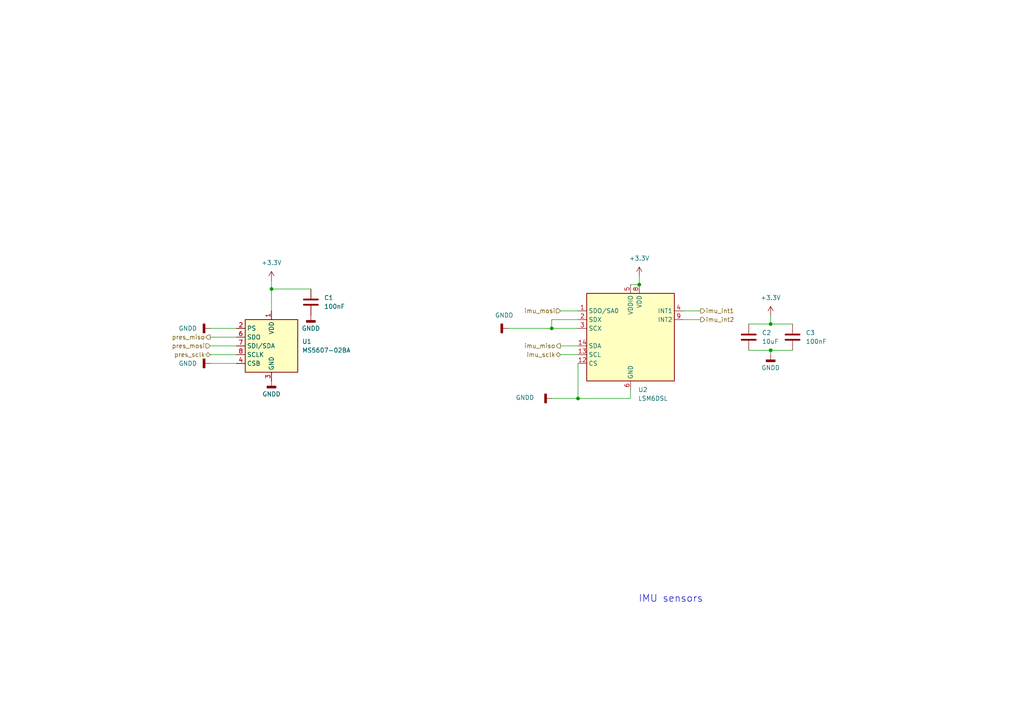
<source format=kicad_sch>
(kicad_sch (version 20250114) (generator "eeschema") (generator_version "9.0")
  (paper "A4")
  (lib_symbols
    (symbol "Device:C" (pin_numbers (hide yes)) (pin_names (offset 0.254))
      (property "Reference" "C" (at 0.635 2.54 0))
      (property "Value" "C" (at 0.635 -2.54 0))
      (symbol "C_0_1"
        (polyline (pts (xy -2.032 0.762) (xy 2.032 0.762)) (stroke (width 0.508)))
        (polyline (pts (xy -2.032 -0.762) (xy 2.032 -0.762)) (stroke (width 0.508)))
      )
      (symbol "C_1_1"
        (pin passive line (at 0 3.81 270) (length 2.794) (name "~") (number "1"))
        (pin passive line (at 0 -3.81 90) (length 2.794) (name "~") (number "2"))
      )
    )
    (symbol "Sensor_Motion:LSM6DSL"
      (property "Reference" "U" (at -11.43 15.24 0))
      (property "Value" "LSM6DSL" (at -11.43 12.7 0))
      (symbol "LSM6DSL_0_1"
        (rectangle (start -12.7 12.7) (end 12.7 -12.7) (stroke (width 0.254)) (fill (type background)))
      )
      (symbol "LSM6DSL_1_1"
        (pin bidirectional line (at -15.24 7.62 0) (length 2.54) (name "SDO/SA0") (number "1"))
        (pin bidirectional line (at -15.24 5.08 0) (length 2.54) (name "SDX") (number "2"))
        (pin input line (at -15.24 2.54 0) (length 2.54) (name "SCX") (number "3"))
        (pin bidirectional line (at -15.24 -2.54 0) (length 2.54) (name "SDA") (number "14"))
        (pin input line (at -15.24 -5.08 0) (length 2.54) (name "SCL") (number "13"))
        (pin input line (at -15.24 -7.62 0) (length 2.54) (name "CS") (number "12"))
        (pin power_in line (at 0 15.24 270) (length 2.54) (name "VDDIO") (number "5"))
        (pin power_in line (at 0 -15.24 90) (length 2.54) (name "GND") (number "6"))
        (pin passive line (at 0 -15.24 90) (length 2.54) (hide yes) (name "GND") (number "7"))
        (pin power_in line (at 2.54 15.24 270) (length 2.54) (name "VDD") (number "8"))
        (pin no_connect line (at 12.7 -2.54 180) (length 3.81) (hide yes) (name "NC") (number "11"))
        (pin no_connect line (at 12.7 -5.08 180) (length 3.81) (hide yes) (name "NC") (number "10"))
        (pin output line (at 15.24 7.62 180) (length 2.54) (name "INT1") (number "4"))
        (pin output line (at 15.24 5.08 180) (length 2.54) (name "INT2") (number "9"))
      )
    )
    (symbol "Sensor_Pressure:MS5607-02BA"
      (property "Reference" "U" (at -6.35 8.89 0))
      (property "Value" "MS5607-02BA" (at 7.62 8.89 0))
      (symbol "MS5607-02BA_0_1"
        (rectangle (start -7.62 7.62) (end 7.62 -7.62) (stroke (width 0.254)) (fill (type background)))
      )
      (symbol "MS5607-02BA_1_1"
        (pin input line (at -10.16 5.08 0) (length 2.54) (name "PS") (number "2"))
        (pin output line (at -10.16 2.54 0) (length 2.54) (name "SDO") (number "6"))
        (pin bidirectional line (at -10.16 0 0) (length 2.54) (name "SDI/SDA") (number "7"))
        (pin input line (at -10.16 -2.54 0) (length 2.54) (name "SCLK") (number "8"))
        (pin input line (at -10.16 -5.08 0) (length 2.54) (name "CSB") (number "4"))
        (pin input line (at -10.16 -5.08 0) (length 2.54) (hide yes) (name "CSB") (number "5"))
        (pin power_in line (at 0 10.16 270) (length 2.54) (name "VDD") (number "1"))
        (pin power_in line (at 0 -10.16 90) (length 2.54) (name "GND") (number "3"))
      )
    )
    (symbol "power:+3.3V" (power) (pin_numbers (hide yes)) (pin_names (offset 0) (hide yes))
      (property "Value" "+3.3V" (at 0 3.556 0))
      (symbol "+3.3V_0_1"
        (polyline (pts (xy -0.762 1.27) (xy 0 2.54)))
        (polyline (pts (xy 0 2.54) (xy 0.762 1.27)))
        (polyline (pts (xy 0 0) (xy 0 2.54)))
      )
      (symbol "+3.3V_1_1"
        (pin power_in line (at 0 0 90) (length 0) (name "~") (number "1"))
      )
    )
    (symbol "power:GNDD" (power) (pin_numbers (hide yes)) (pin_names (offset 0) (hide yes))
      (property "Value" "GNDD" (at 0 -3.175 0))
      (symbol "GNDD_0_1"
        (rectangle (start -1.27 -1.524) (end 1.27 -2.032) (stroke (width 0.254)) (fill (type outline)))
        (polyline (pts (xy 0 0) (xy 0 -1.524)))
      )
      (symbol "GNDD_1_1"
        (pin power_in line (at 0 0 270) (length 0) (name "~") (number "1"))
      )
    )
  )
  (text "IMU sensors" (at 194.564 173.736 0) (effects (font (size 2.032 2.032))))
  (junction (at 167.64 115.57))
  (junction (at 185.42 82.55))
  (junction (at 160.02 95.25))
  (junction (at 78.74 83.82))
  (junction (at 223.52 93.98))
  (junction (at 223.52 101.6))
  (wire (pts (xy 160.02 115.57) (xy 167.64 115.57)))
  (wire (pts (xy 182.88 115.57) (xy 182.88 113.03)))
  (wire (pts (xy 78.74 83.82) (xy 78.74 90.17)))
  (wire (pts (xy 60.96 100.33) (xy 68.58 100.33)))
  (wire (pts (xy 60.96 105.41) (xy 68.58 105.41)))
  (wire (pts (xy 60.96 97.79) (xy 68.58 97.79)))
  (wire (pts (xy 198.12 92.71) (xy 203.2 92.71)))
  (wire (pts (xy 182.88 82.55) (xy 185.42 82.55)))
  (wire (pts (xy 162.56 90.17) (xy 167.64 90.17)))
  (wire (pts (xy 167.64 105.41) (xy 167.64 115.57)))
  (wire (pts (xy 223.52 91.44) (xy 223.52 93.98)))
  (wire (pts (xy 162.56 102.87) (xy 167.64 102.87)))
  (wire (pts (xy 185.42 82.55) (xy 185.42 80.01)))
  (wire (pts (xy 78.74 81.28) (xy 78.74 83.82)))
  (wire (pts (xy 167.64 115.57) (xy 182.88 115.57)))
  (wire (pts (xy 198.12 90.17) (xy 203.2 90.17)))
  (wire (pts (xy 223.52 101.6) (xy 229.87 101.6)))
  (wire (pts (xy 167.64 92.71) (xy 160.02 92.71)))
  (wire (pts (xy 160.02 95.25) (xy 167.64 95.25)))
  (wire (pts (xy 217.17 101.6) (xy 223.52 101.6)))
  (wire (pts (xy 162.56 100.33) (xy 167.64 100.33)))
  (wire (pts (xy 60.96 95.25) (xy 68.58 95.25)))
  (wire (pts (xy 223.52 102.87) (xy 223.52 101.6)))
  (wire (pts (xy 78.74 83.82) (xy 90.17 83.82)))
  (wire (pts (xy 160.02 92.71) (xy 160.02 95.25)))
  (wire (pts (xy 223.52 93.98) (xy 229.87 93.98)))
  (wire (pts (xy 217.17 93.98) (xy 223.52 93.98)))
  (wire (pts (xy 60.96 102.87) (xy 68.58 102.87)))
  (wire (pts (xy 147.32 95.25) (xy 160.02 95.25)))
  (hierarchical_label "pres_sclk" (shape bidirectional) (at 60.96 102.87 180))
  (hierarchical_label "imu_int1" (shape output) (at 203.2 90.17 0))
  (hierarchical_label "imu_mosi" (shape input) (at 162.56 90.17 180))
  (hierarchical_label "pres_mosi" (shape input) (at 60.96 100.33 180))
  (hierarchical_label "imu_miso" (shape output) (at 162.56 100.33 180))
  (hierarchical_label "imu_int2" (shape output) (at 203.2 92.71 0))
  (hierarchical_label "pres_miso" (shape output) (at 60.96 97.79 180))
  (hierarchical_label "imu_sclk" (shape bidirectional) (at 162.56 102.87 180))
  (symbol (lib_id "power:GNDD") (at 60.96 95.25 270) (unit 1)
    (property "Reference" "#PWR0106" (effects (hide yes)))
    (property "Value" "GNDD" (at 57.15 95.2499 90) (effects (justify right)))
    (property "Description" "Power symbol creates a global label with name \"GNDD\" , digital ground" (effects (hide yes)))
    (instances (project "IMU" (path "" (reference "#PWR0106") (unit 1))) (project "IMU" (path "" (reference "#PWR0106") (unit 1))) (project "Recovery-Module" (path "" (reference "#PWR042") (unit 1))))
  )
  (symbol (lib_id "power:GNDD") (at 223.52 102.87 0) (unit 1)
    (property "Reference" "#PWR0103" (effects (hide yes)))
    (property "Value" "GNDD" (at 223.52 106.68 0))
    (property "Description" "Power symbol creates a global label with name \"GNDD\" , digital ground" (effects (hide yes)))
    (instances (project "IMU" (path "" (reference "#PWR0103") (unit 1))) (project "IMU" (path "" (reference "#PWR0103") (unit 1))) (project "Recovery-Module" (path "" (reference "#PWR047") (unit 1))))
  )
  (symbol (lib_id "power:+3.3V") (at 185.42 80.01 0) (unit 1)
    (property "Reference" "#PWR06" (effects (hide yes)))
    (property "Value" "+3.3V" (at 185.42 74.93 0))
    (property "Description" "Power symbol creates a global label with name \"+3.3V\"" (effects (hide yes)))
  )
  (symbol (lib_id "Device:C") (at 90.17 87.63 0) (unit 1)
    (property "Reference" "C1" (at 93.98 86.3599 0) (effects (justify left)))
    (property "Value" "100nF" (at 93.98 88.8999 0) (effects (justify left)))
    (property "Footprint" "Capacitor_SMD:C_0603_1608Metric_Pad1.08x0.95mm_HandSolder" (effects (hide yes)))
    (property "Datasheet" "https://content.kemet.com/datasheets/KEM_C1002_X7R_SMD.pdf" (effects (hide yes)))
    (property "Description" "Unpolarized capacitor" (effects (hide yes)))
    (property "Purchase" "https://www.digikey.com/en/products/detail/kemet/C0603C104M5RACTU/2199782" (effects (hide yes)))
    (instances (project "IMU" (path "" (reference "C1") (unit 1))) (project "IMU" (path "" (reference "C1") (unit 1))) (project "Recovery-Module" (path "" (reference "C18") (unit 1))))
  )
  (symbol (lib_id "Sensor_Pressure:MS5607-02BA") (at 78.74 100.33 0) (unit 1)
    (property "Reference" "U1" (at 87.63 99.0599 0) (effects (justify left)))
    (property "Value" "MS5607-02BA" (at 87.63 101.5999 0) (effects (justify left)))
    (property "Footprint" "Package_LGA:LGA-8_3x5mm_P1.25mm" (effects (hide yes)))
    (property "Datasheet" "https://www.te.com/commerce/DocumentDelivery/DDEController?Action=showdoc&DocId=Data+Sheet%7FMS5607-02BA03%7FB2%7Fpdf%7FEnglish%7FENG_DS_MS5607-02BA03_B2.pdf%7FCAT-BLPS0035" (effects (hide yes)))
    (property "Description" "Barometric pressure sensor, 20cm resolution, 10 to 1200 mbar, I2C and SPI interface up to 20MHz, LGA-8" (effects (hide yes)))
    (property "Purchase" "https://www.digikey.com/en/products/detail/te-connectivity-measurement-specialties/MS560702BA03-50/4700931" (effects (hide yes)))
    (instances (project "IMU" (path "" (reference "U1") (unit 1))) (project "IMU" (path "" (reference "U1") (unit 1))) (project "Recovery-Module" (path "" (reference "U6") (unit 1))))
  )
  (symbol (lib_id "power:GNDD") (at 147.32 95.25 270) (unit 1)
    (property "Reference" "#PWR0102" (effects (hide yes)))
    (property "Value" "GNDD" (at 146.2405 91.44 90))
    (property "Description" "Power symbol creates a global label with name \"GNDD\" , digital ground" (effects (hide yes)))
    (instances (project "IMU" (path "" (reference "#PWR0102") (unit 1))) (project "IMU" (path "" (reference "#PWR0102") (unit 1))) (project "Recovery-Module" (path "" (reference "#PWR050") (unit 1))))
  )
  (symbol (lib_id "power:GNDD") (at 160.02 115.57 270) (unit 1)
    (property "Reference" "#PWR0101" (effects (hide yes)))
    (property "Value" "GNDD" (at 154.94 115.316 90) (effects (justify right)))
    (property "Description" "Power symbol creates a global label with name \"GNDD\" , digital ground" (effects (hide yes)))
    (instances (project "IMU" (path "" (reference "#PWR0101") (unit 1))) (project "IMU" (path "" (reference "#PWR0101") (unit 1))) (project "Recovery-Module" (path "" (reference "#PWR049") (unit 1))))
  )
  (symbol (lib_id "power:+3.3V") (at 78.74 81.28 0) (unit 1)
    (property "Reference" "#PWR0105" (effects (hide yes)))
    (property "Value" "+3.3V" (at 78.74 76.2 0))
    (property "Description" "Power symbol creates a global label with name \"+3.3V\"" (effects (hide yes)))
    (instances (project "IMU" (path "" (reference "#PWR0105") (unit 1))) (project "IMU" (path "" (reference "#PWR0105") (unit 1))) (project "Recovery-Module" (path "" (reference "#PWR044") (unit 1))))
  )
  (symbol (lib_id "power:GNDD") (at 78.74 110.49 0) (unit 1)
    (property "Reference" "#PWR0104" (effects (hide yes)))
    (property "Value" "GNDD" (at 78.74 114.3 0))
    (property "Description" "Power symbol creates a global label with name \"GNDD\" , digital ground" (effects (hide yes)))
    (instances (project "IMU" (path "" (reference "#PWR0104") (unit 1))) (project "IMU" (path "" (reference "#PWR0104") (unit 1))) (project "Recovery-Module" (path "" (reference "#PWR045") (unit 1))))
  )
  (symbol (lib_id "power:GNDD") (at 60.96 105.41 270) (unit 1)
    (property "Reference" "#PWR0107" (effects (hide yes)))
    (property "Value" "GNDD" (at 57.15 105.4099 90) (effects (justify right)))
    (property "Description" "Power symbol creates a global label with name \"GNDD\" , digital ground" (effects (hide yes)))
    (instances (project "IMU" (path "" (reference "#PWR0107") (unit 1))) (project "IMU" (path "" (reference "#PWR0107") (unit 1))) (project "Recovery-Module" (path "" (reference "#PWR043") (unit 1))))
  )
  (symbol (lib_id "power:GNDD") (at 90.17 91.44 0) (unit 1)
    (property "Reference" "#PWR0108" (effects (hide yes)))
    (property "Value" "GNDD" (at 90.17 95.25 0))
    (property "Description" "Power symbol creates a global label with name \"GNDD\" , digital ground" (effects (hide yes)))
    (instances (project "IMU" (path "" (reference "#PWR0108") (unit 1))) (project "IMU" (path "" (reference "#PWR0108") (unit 1))) (project "Recovery-Module" (path "" (reference "#PWR046") (unit 1))))
  )
  (symbol (lib_id "Device:C") (at 229.87 97.79 0) (unit 1)
    (property "Reference" "C3" (at 233.68 96.5199 0) (effects (justify left)))
    (property "Value" "100nF" (at 233.68 99.0599 0) (effects (justify left)))
    (property "Footprint" "Capacitor_SMD:C_0603_1608Metric_Pad1.08x0.95mm_HandSolder" (effects (hide yes)))
    (property "Datasheet" "https://content.kemet.com/datasheets/KEM_C1002_X7R_SMD.pdf" (effects (hide yes)))
    (property "Description" "Unpolarized capacitor" (effects (hide yes)))
    (property "Purchase" "https://www.digikey.com/en/products/detail/kemet/C0603C104M5RACTU/2199782" (effects (hide yes)))
  )
  (symbol (lib_id "power:+3.3V") (at 223.52 91.44 0) (unit 1)
    (property "Reference" "#PWR01" (effects (hide yes)))
    (property "Value" "+3.3V" (at 223.52 86.36 0))
    (property "Description" "Power symbol creates a global label with name \"+3.3V\"" (effects (hide yes)))
  )
  (symbol (lib_id "Sensor_Motion:LSM6DSL") (at 182.88 97.79 0) (unit 1)
    (property "Reference" "U2" (at 185.0741 113.03 0) (effects (justify left)))
    (property "Value" "LSM6DSL" (at 185.0741 115.57 0) (effects (justify left)))
    (property "Footprint" "Package_LGA:LGA-14_3x2.5mm_P0.5mm_LayoutBorder3x4y" (effects (hide yes)))
    (property "Datasheet" "https://www.st.com/resource/en/datasheet/lsm6dsl.pdf" (effects (hide yes)))
    (property "Description" "I2C/SPI, iNEMO inertial module: always-on 3D accelerometer and 3D gyroscope, 1.71V to 3.6V VCC" (effects (hide yes)))
    (property "Purchase" "https://www.digikey.com/en/products/detail/stmicroelectronics/LSM6DSLTR/6192804" (effects (hide yes)))
  )
  (symbol (lib_id "Device:C") (at 217.17 97.79 0) (unit 1)
    (property "Reference" "C2" (at 220.98 96.5199 0) (effects (justify left)))
    (property "Value" "10uF" (at 220.98 99.0599 0) (effects (justify left)))
    (property "Footprint" "Capacitor_Tantalum_SMD:CP_EIA-3216-18_Kemet-A_Pad1.58x1.35mm_HandSolder" (effects (hide yes)))
    (property "Datasheet" "https://content.kemet.com/datasheets/KEM_T2005_T491.pdf" (effects (hide yes)))
    (property "Description" "Unpolarized capacitor" (effects (hide yes)))
    (property "Purchase" "https://www.digikey.com/en/products/detail/kemet/T491A106K010AT/818545" (effects (hide yes)))
    (instances (project "IMU" (path "" (reference "C2") (unit 1))) (project "IMU" (path "" (reference "C2") (unit 1))) (project "Recovery-Module" (path "" (reference "C19") (unit 1))))
  )
)
</source>
